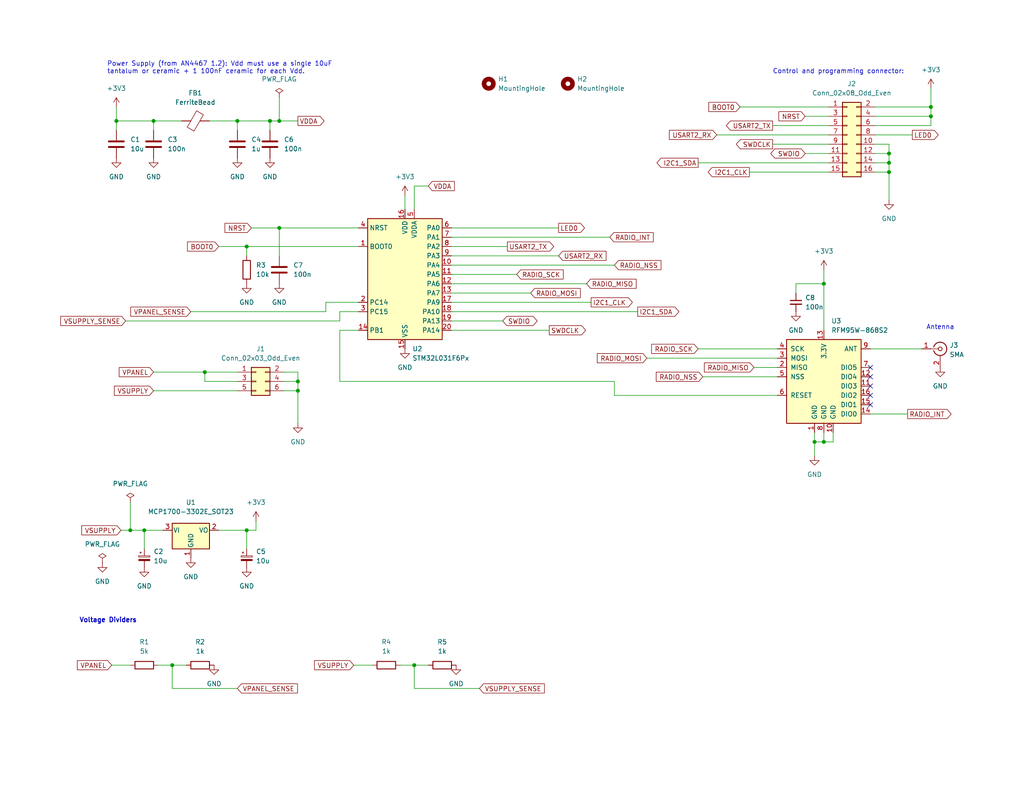
<source format=kicad_sch>
(kicad_sch (version 20211123) (generator eeschema)
  (paper "USLetter")
  (title_block (title "WARS Birdhouse Mesh Network Project") (date "2/1/2022") (rev "V2") (company "Bruce MacKinnon KC1FSZ") (comment 1 "COPYRIGHT (C) 2022 - Bruce MacKinnon "))
  (lib_symbols
    (symbol "Connector:Conn_Coaxial" (pin_names (offset 1.016) hide)
      (property "Reference" "J" (at 0.254 3.048 0))
      (property "Value" "Conn_Coaxial" (at 2.921 0 90))
      (symbol "Conn_Coaxial_0_1"
        (arc (start -1.778 -0.508) (mid 0.222 -1.808) (end 1.778 0) (stroke (width 0.254)))
        (polyline (pts (xy -2.54 0) (xy -0.508 0)))
        (polyline (pts (xy 0 -2.54) (xy 0 -1.778)))
        (circle (center 0 0) (radius 0.508) (stroke (width 0.2032)))
        (arc (start 1.778 0) (mid 0.222 1.8083) (end -1.778 0.508) (stroke (width 0.254)))
      )
      (symbol "Conn_Coaxial_1_1"
        (pin passive line (at -5.08 0 0) (length 2.54) (name "In") (number "1"))
        (pin passive line (at 0 -5.08 90) (length 2.54) (name "Ext") (number "2"))
      )
    )
    (symbol "Connector_Generic:Conn_02x03_Odd_Even" (pin_names (offset 1.016) hide)
      (property "Reference" "J" (at 1.27 5.08 0))
      (property "Value" "Conn_02x03_Odd_Even" (at 1.27 -5.08 0))
      (symbol "Conn_02x03_Odd_Even_1_1"
        (rectangle (start -1.27 -2.413) (end 0 -2.667) (stroke (width 0.1524)))
        (rectangle (start -1.27 0.127) (end 0 -0.127) (stroke (width 0.1524)))
        (rectangle (start -1.27 2.667) (end 0 2.413) (stroke (width 0.1524)))
        (rectangle (start -1.27 3.81) (end 3.81 -3.81) (stroke (width 0.254)) (fill (type background)))
        (rectangle (start 3.81 -2.413) (end 2.54 -2.667) (stroke (width 0.1524)))
        (rectangle (start 3.81 0.127) (end 2.54 -0.127) (stroke (width 0.1524)))
        (rectangle (start 3.81 2.667) (end 2.54 2.413) (stroke (width 0.1524)))
        (pin passive line (at -5.08 2.54 0) (length 3.81) (name "Pin_1") (number "1"))
        (pin passive line (at 7.62 2.54 180) (length 3.81) (name "Pin_2") (number "2"))
        (pin passive line (at -5.08 0 0) (length 3.81) (name "Pin_3") (number "3"))
        (pin passive line (at 7.62 0 180) (length 3.81) (name "Pin_4") (number "4"))
        (pin passive line (at -5.08 -2.54 0) (length 3.81) (name "Pin_5") (number "5"))
        (pin passive line (at 7.62 -2.54 180) (length 3.81) (name "Pin_6") (number "6"))
      )
    )
    (symbol "Connector_Generic:Conn_02x08_Odd_Even" (pin_names (offset 1.016) hide)
      (property "Reference" "J" (at 1.27 10.16 0))
      (property "Value" "Conn_02x08_Odd_Even" (at 1.27 -12.7 0))
      (symbol "Conn_02x08_Odd_Even_1_1"
        (rectangle (start -1.27 -10.033) (end 0 -10.287) (stroke (width 0.1524)))
        (rectangle (start -1.27 -7.493) (end 0 -7.747) (stroke (width 0.1524)))
        (rectangle (start -1.27 -4.953) (end 0 -5.207) (stroke (width 0.1524)))
        (rectangle (start -1.27 -2.413) (end 0 -2.667) (stroke (width 0.1524)))
        (rectangle (start -1.27 0.127) (end 0 -0.127) (stroke (width 0.1524)))
        (rectangle (start -1.27 2.667) (end 0 2.413) (stroke (width 0.1524)))
        (rectangle (start -1.27 5.207) (end 0 4.953) (stroke (width 0.1524)))
        (rectangle (start -1.27 7.747) (end 0 7.493) (stroke (width 0.1524)))
        (rectangle (start -1.27 8.89) (end 3.81 -11.43) (stroke (width 0.254)) (fill (type background)))
        (rectangle (start 3.81 -10.033) (end 2.54 -10.287) (stroke (width 0.1524)))
        (rectangle (start 3.81 -7.493) (end 2.54 -7.747) (stroke (width 0.1524)))
        (rectangle (start 3.81 -4.953) (end 2.54 -5.207) (stroke (width 0.1524)))
        (rectangle (start 3.81 -2.413) (end 2.54 -2.667) (stroke (width 0.1524)))
        (rectangle (start 3.81 0.127) (end 2.54 -0.127) (stroke (width 0.1524)))
        (rectangle (start 3.81 2.667) (end 2.54 2.413) (stroke (width 0.1524)))
        (rectangle (start 3.81 5.207) (end 2.54 4.953) (stroke (width 0.1524)))
        (rectangle (start 3.81 7.747) (end 2.54 7.493) (stroke (width 0.1524)))
        (pin passive line (at -5.08 7.62 0) (length 3.81) (name "Pin_1") (number "1"))
        (pin passive line (at 7.62 -2.54 180) (length 3.81) (name "Pin_10") (number "10"))
        (pin passive line (at -5.08 -5.08 0) (length 3.81) (name "Pin_11") (number "11"))
        (pin passive line (at 7.62 -5.08 180) (length 3.81) (name "Pin_12") (number "12"))
        (pin passive line (at -5.08 -7.62 0) (length 3.81) (name "Pin_13") (number "13"))
        (pin passive line (at 7.62 -7.62 180) (length 3.81) (name "Pin_14") (number "14"))
        (pin passive line (at -5.08 -10.16 0) (length 3.81) (name "Pin_15") (number "15"))
        (pin passive line (at 7.62 -10.16 180) (length 3.81) (name "Pin_16") (number "16"))
        (pin passive line (at 7.62 7.62 180) (length 3.81) (name "Pin_2") (number "2"))
        (pin passive line (at -5.08 5.08 0) (length 3.81) (name "Pin_3") (number "3"))
        (pin passive line (at 7.62 5.08 180) (length 3.81) (name "Pin_4") (number "4"))
        (pin passive line (at -5.08 2.54 0) (length 3.81) (name "Pin_5") (number "5"))
        (pin passive line (at 7.62 2.54 180) (length 3.81) (name "Pin_6") (number "6"))
        (pin passive line (at -5.08 0 0) (length 3.81) (name "Pin_7") (number "7"))
        (pin passive line (at 7.62 0 180) (length 3.81) (name "Pin_8") (number "8"))
        (pin passive line (at -5.08 -2.54 0) (length 3.81) (name "Pin_9") (number "9"))
      )
    )
    (symbol "Device:C" (pin_numbers hide) (pin_names (offset 0.254))
      (property "Reference" "C" (at 0.635 2.54 0))
      (property "Value" "C" (at 0.635 -2.54 0))
      (symbol "C_0_1"
        (polyline (pts (xy -2.032 -0.762) (xy 2.032 -0.762)) (stroke (width 0.508)))
        (polyline (pts (xy -2.032 0.762) (xy 2.032 0.762)) (stroke (width 0.508)))
      )
      (symbol "C_1_1"
        (pin passive line (at 0 3.81 270) (length 2.794) (name "~") (number "1"))
        (pin passive line (at 0 -3.81 90) (length 2.794) (name "~") (number "2"))
      )
    )
    (symbol "Device:C_Polarized_Small" (pin_numbers hide) (pin_names (offset 0.254) hide)
      (property "Reference" "C" (at 0.254 1.778 0))
      (property "Value" "C_Polarized_Small" (at 0.254 -2.032 0))
      (symbol "C_Polarized_Small_0_1"
        (rectangle (start -1.524 -0.3048) (end 1.524 -0.6858) (fill (type outline)))
        (rectangle (start -1.524 0.6858) (end 1.524 0.3048))
        (polyline (pts (xy -1.27 1.524) (xy -0.762 1.524)))
        (polyline (pts (xy -1.016 1.27) (xy -1.016 1.778)))
      )
      (symbol "C_Polarized_Small_1_1"
        (pin passive line (at 0 2.54 270) (length 1.8542) (name "~") (number "1"))
        (pin passive line (at 0 -2.54 90) (length 1.8542) (name "~") (number "2"))
      )
    )
    (symbol "Device:C_Small" (pin_numbers hide) (pin_names (offset 0.254) hide)
      (property "Reference" "C" (at 0.254 1.778 0))
      (property "Value" "C_Small" (at 0.254 -2.032 0))
      (symbol "C_Small_0_1"
        (polyline (pts (xy -1.524 -0.508) (xy 1.524 -0.508)) (stroke (width 0.3302)))
        (polyline (pts (xy -1.524 0.508) (xy 1.524 0.508)) (stroke (width 0.3048)))
      )
      (symbol "C_Small_1_1"
        (pin passive line (at 0 2.54 270) (length 2.032) (name "~") (number "1"))
        (pin passive line (at 0 -2.54 90) (length 2.032) (name "~") (number "2"))
      )
    )
    (symbol "Device:FerriteBead" (pin_numbers hide) (pin_names (offset 0))
      (property "Reference" "FB" (at -3.81 0.635 90))
      (property "Value" "FerriteBead" (at 3.81 0 90))
      (symbol "FerriteBead_0_1"
        (polyline (pts (xy 0 -1.27) (xy 0 -1.2192)))
        (polyline (pts (xy 0 1.27) (xy 0 1.2954)))
        (polyline (pts (xy -2.7686 0.4064) (xy -1.7018 2.2606) (xy 2.7686 -0.3048) (xy 1.6764 -2.159) (xy -2.7686 0.4064)))
      )
      (symbol "FerriteBead_1_1"
        (pin passive line (at 0 3.81 270) (length 2.54) (name "~") (number "1"))
        (pin passive line (at 0 -3.81 90) (length 2.54) (name "~") (number "2"))
      )
    )
    (symbol "Device:R" (pin_numbers hide) (pin_names (offset 0))
      (property "Reference" "R" (at 2.032 0 90))
      (property "Value" "R" (at 0 0 90))
      (symbol "R_0_1"
        (rectangle (start -1.016 -2.54) (end 1.016 2.54) (stroke (width 0.254)))
      )
      (symbol "R_1_1"
        (pin passive line (at 0 3.81 270) (length 1.27) (name "~") (number "1"))
        (pin passive line (at 0 -3.81 90) (length 1.27) (name "~") (number "2"))
      )
    )
    (symbol "MCU_ST_STM32L0:STM32L031F6Px"
      (property "Reference" "U" (at -10.16 16.51 0))
      (property "Value" "STM32L031F6Px" (at 5.08 16.51 0))
      (symbol "STM32L031F6Px_0_1"
        (rectangle (start -10.16 -17.78) (end 10.16 15.24) (stroke (width 0.254)) (fill (type background)))
      )
      (symbol "STM32L031F6Px_1_1"
        (pin input line (at -12.7 7.62 0) (length 2.54) (name "BOOT0") (number "1"))
        (pin bidirectional line (at 12.7 2.54 180) (length 2.54) (name "PA4") (number "10"))
        (pin bidirectional line (at 12.7 0 180) (length 2.54) (name "PA5") (number "11"))
        (pin bidirectional line (at 12.7 -2.54 180) (length 2.54) (name "PA6") (number "12"))
        (pin bidirectional line (at 12.7 -5.08 180) (length 2.54) (name "PA7") (number "13"))
        (pin bidirectional line (at -12.7 -15.24 0) (length 2.54) (name "PB1") (number "14"))
        (pin power_in line (at 0 -20.32 90) (length 2.54) (name "VSS") (number "15"))
        (pin power_in line (at 0 17.78 270) (length 2.54) (name "VDD") (number "16"))
        (pin bidirectional line (at 12.7 -7.62 180) (length 2.54) (name "PA9") (number "17"))
        (pin bidirectional line (at 12.7 -10.16 180) (length 2.54) (name "PA10") (number "18"))
        (pin bidirectional line (at 12.7 -12.7 180) (length 2.54) (name "PA13") (number "19"))
        (pin bidirectional line (at -12.7 -7.62 0) (length 2.54) (name "PC14") (number "2"))
        (pin bidirectional line (at 12.7 -15.24 180) (length 2.54) (name "PA14") (number "20"))
        (pin bidirectional line (at -12.7 -10.16 0) (length 2.54) (name "PC15") (number "3"))
        (pin input line (at -12.7 12.7 0) (length 2.54) (name "NRST") (number "4"))
        (pin power_in line (at 2.54 17.78 270) (length 2.54) (name "VDDA") (number "5"))
        (pin bidirectional line (at 12.7 12.7 180) (length 2.54) (name "PA0") (number "6"))
        (pin bidirectional line (at 12.7 10.16 180) (length 2.54) (name "PA1") (number "7"))
        (pin bidirectional line (at 12.7 7.62 180) (length 2.54) (name "PA2") (number "8"))
        (pin bidirectional line (at 12.7 5.08 180) (length 2.54) (name "PA3") (number "9"))
      )
    )
    (symbol "Mechanical:MountingHole" (pin_names (offset 1.016))
      (property "Reference" "H" (at 0 5.08 0))
      (property "Value" "MountingHole" (at 0 3.175 0))
      (symbol "MountingHole_0_1"
        (circle (center 0 0) (radius 1.27) (stroke (width 1.27)))
      )
    )
    (symbol "RF_Module:RFM95W-868S2" (pin_names (offset 1.016))
      (property "Reference" "U" (at -10.414 11.684 0))
      (property "Value" "RFM95W-868S2" (at 1.524 11.43 0))
      (symbol "RFM95W-868S2_0_1"
        (rectangle (start -10.16 10.16) (end 10.16 -12.7) (stroke (width 0.254)) (fill (type background)))
      )
      (symbol "RFM95W-868S2_1_1"
        (pin power_in line (at -2.54 -15.24 90) (length 2.54) (name "GND") (number "1"))
        (pin power_in line (at 2.54 -15.24 90) (length 2.54) (name "GND") (number "10"))
        (pin bidirectional line (at 12.7 -2.54 180) (length 2.54) (name "DIO3") (number "11"))
        (pin bidirectional line (at 12.7 0 180) (length 2.54) (name "DIO4") (number "12"))
        (pin power_in line (at 0 12.7 270) (length 2.54) (name "3.3V") (number "13"))
        (pin bidirectional line (at 12.7 -10.16 180) (length 2.54) (name "DIO0") (number "14"))
        (pin bidirectional line (at 12.7 -7.62 180) (length 2.54) (name "DIO1") (number "15"))
        (pin bidirectional line (at 12.7 -5.08 180) (length 2.54) (name "DIO2") (number "16"))
        (pin output line (at -12.7 2.54 0) (length 2.54) (name "MISO") (number "2"))
        (pin input line (at -12.7 5.08 0) (length 2.54) (name "MOSI") (number "3"))
        (pin input line (at -12.7 7.62 0) (length 2.54) (name "SCK") (number "4"))
        (pin input line (at -12.7 0 0) (length 2.54) (name "NSS") (number "5"))
        (pin bidirectional line (at -12.7 -5.08 0) (length 2.54) (name "RESET") (number "6"))
        (pin bidirectional line (at 12.7 2.54 180) (length 2.54) (name "DIO5") (number "7"))
        (pin power_in line (at 0 -15.24 90) (length 2.54) (name "GND") (number "8"))
        (pin bidirectional line (at 12.7 7.62 180) (length 2.54) (name "ANT") (number "9"))
      )
    )
    (symbol "Regulator_Linear:MCP1700-3302E_SOT23" (pin_names (offset 0.254))
      (property "Reference" "U" (at -3.81 3.175 0))
      (property "Value" "MCP1700-3302E_SOT23" (at 0 3.175 0))
      (symbol "MCP1700-3302E_SOT23_0_1"
        (rectangle (start -5.08 1.905) (end 5.08 -5.08) (stroke (width 0.254)) (fill (type background)))
      )
      (symbol "MCP1700-3302E_SOT23_1_1"
        (pin power_in line (at 0 -7.62 90) (length 2.54) (name "GND") (number "1"))
        (pin power_out line (at 7.62 0 180) (length 2.54) (name "VO") (number "2"))
        (pin power_in line (at -7.62 0 0) (length 2.54) (name "VI") (number "3"))
      )
    )
    (symbol "power:+3.3V" (power) (pin_names (offset 0))
      (property "Value" "+3.3V" (at 0 3.556 0))
      (symbol "+3.3V_0_1"
        (polyline (pts (xy -0.762 1.27) (xy 0 2.54)))
        (polyline (pts (xy 0 0) (xy 0 2.54)))
        (polyline (pts (xy 0 2.54) (xy 0.762 1.27)))
      )
      (symbol "+3.3V_1_1"
        (pin power_in line (at 0 0 90) (length 0) hide (name "+3V3") (number "1"))
      )
    )
    (symbol "power:GND" (power) (pin_names (offset 0))
      (property "Value" "GND" (at 0 -3.81 0))
      (symbol "GND_0_1"
        (polyline (pts (xy 0 0) (xy 0 -1.27) (xy 1.27 -1.27) (xy 0 -2.54) (xy -1.27 -1.27) (xy 0 -1.27)))
      )
      (symbol "GND_1_1"
        (pin power_in line (at 0 0 270) (length 0) hide (name "GND") (number "1"))
      )
    )
    (symbol "power:PWR_FLAG" (power) (pin_numbers hide) (pin_names (offset 0) hide)
      (property "Value" "PWR_FLAG" (at 0 3.81 0))
      (symbol "PWR_FLAG_0_0"
        (pin power_out line (at 0 0 90) (length 0) (name "pwr") (number "1"))
      )
      (symbol "PWR_FLAG_0_1"
        (polyline (pts (xy 0 0) (xy 0 1.27) (xy -1.016 1.905) (xy 0 2.54) (xy 1.016 1.905) (xy 0 1.27)))
      )
    )
  )
  (junction (at 35.56 144.78))
  (junction (at 46.99 181.61))
  (junction (at 224.79 77.47))
  (junction (at 254 29.21))
  (junction (at 113.03 181.61))
  (junction (at 242.57 46.99))
  (junction (at 41.91 33.02))
  (junction (at 73.66 33.02))
  (junction (at 31.75 33.02))
  (junction (at 254 31.75))
  (junction (at 222.25 120.65))
  (junction (at 242.57 44.45))
  (junction (at 76.2 62.23))
  (junction (at 76.2 33.02))
  (junction (at 224.79 120.65))
  (junction (at 55.88 101.6))
  (junction (at 81.28 106.68))
  (junction (at 67.31 144.78))
  (junction (at 81.28 104.14))
  (junction (at 39.37 144.78))
  (junction (at 67.31 67.31))
  (junction (at 64.77 33.02))
  (junction (at 242.57 41.91))
  (no_connect (at 237.49 100.33))
  (no_connect (at 237.49 110.49))
  (no_connect (at 237.49 107.95))
  (no_connect (at 237.49 105.41))
  (no_connect (at 237.49 102.87))
  (wire (pts (xy 77.47 106.68) (xy 81.28 106.68)))
  (wire (pts (xy 41.91 101.6) (xy 55.88 101.6)))
  (wire (pts (xy 224.79 73.66) (xy 224.79 77.47)))
  (wire (pts (xy 76.2 62.23) (xy 76.2 69.85)))
  (wire (pts (xy 59.69 144.78) (xy 67.31 144.78)))
  (wire (pts (xy 123.19 85.09) (xy 173.99 85.09)))
  (wire (pts (xy 76.2 26.67) (xy 76.2 33.02)))
  (wire (pts (xy 242.57 41.91) (xy 242.57 44.45)))
  (wire (pts (xy 57.15 33.02) (xy 64.77 33.02)))
  (wire (pts (xy 167.64 104.14) (xy 167.64 107.95)))
  (wire (pts (xy 219.71 41.91) (xy 226.06 41.91)))
  (wire (pts (xy 113.03 181.61) (xy 113.03 187.96)))
  (wire (pts (xy 123.19 74.93) (xy 140.97 74.93)))
  (wire (pts (xy 88.9 82.55) (xy 97.79 82.55)))
  (wire (pts (xy 123.19 87.63) (xy 137.16 87.63)))
  (wire (pts (xy 224.79 77.47) (xy 224.79 90.17)))
  (wire (pts (xy 92.71 104.14) (xy 167.64 104.14)))
  (wire (pts (xy 67.31 67.31) (xy 97.79 67.31)))
  (wire (pts (xy 210.82 34.29) (xy 226.06 34.29)))
  (wire (pts (xy 113.03 187.96) (xy 130.81 187.96)))
  (wire (pts (xy 81.28 106.68) (xy 81.28 115.57)))
  (wire (pts (xy 77.47 101.6) (xy 81.28 101.6)))
  (wire (pts (xy 254 34.29) (xy 254 31.75)))
  (wire (pts (xy 205.74 100.33) (xy 212.09 100.33)))
  (wire (pts (xy 222.25 118.11) (xy 222.25 120.65)))
  (wire (pts (xy 55.88 101.6) (xy 64.77 101.6)))
  (wire (pts (xy 123.19 62.23) (xy 152.4 62.23)))
  (wire (pts (xy 123.19 67.31) (xy 138.43 67.31)))
  (wire (pts (xy 242.57 39.37) (xy 242.57 41.91)))
  (wire (pts (xy 176.53 97.79) (xy 212.09 97.79)))
  (wire (pts (xy 123.19 64.77) (xy 166.37 64.77)))
  (wire (pts (xy 73.66 33.02) (xy 76.2 33.02)))
  (wire (pts (xy 67.31 67.31) (xy 67.31 69.85)))
  (wire (pts (xy 238.76 44.45) (xy 242.57 44.45)))
  (wire (pts (xy 238.76 34.29) (xy 254 34.29)))
  (wire (pts (xy 88.9 85.09) (xy 88.9 82.55)))
  (wire (pts (xy 73.66 33.02) (xy 73.66 35.56)))
  (wire (pts (xy 191.77 102.87) (xy 212.09 102.87)))
  (wire (pts (xy 254 24.13) (xy 254 29.21)))
  (wire (pts (xy 33.02 144.78) (xy 35.56 144.78)))
  (wire (pts (xy 68.58 62.23) (xy 76.2 62.23)))
  (wire (pts (xy 76.2 33.02) (xy 81.28 33.02)))
  (wire (pts (xy 238.76 29.21) (xy 254 29.21)))
  (wire (pts (xy 242.57 44.45) (xy 242.57 46.99)))
  (wire (pts (xy 123.19 77.47) (xy 160.02 77.47)))
  (wire (pts (xy 69.85 144.78) (xy 69.85 142.24)))
  (wire (pts (xy 64.77 33.02) (xy 64.77 35.56)))
  (wire (pts (xy 67.31 144.78) (xy 69.85 144.78)))
  (wire (pts (xy 123.19 90.17) (xy 149.86 90.17)))
  (wire (pts (xy 237.49 95.25) (xy 251.46 95.25)))
  (wire (pts (xy 31.75 33.02) (xy 41.91 33.02)))
  (wire (pts (xy 109.22 181.61) (xy 113.03 181.61)))
  (wire (pts (xy 81.28 104.14) (xy 81.28 106.68)))
  (wire (pts (xy 113.03 181.61) (xy 116.84 181.61)))
  (wire (pts (xy 34.29 87.63) (xy 92.71 87.63)))
  (wire (pts (xy 190.5 95.25) (xy 212.09 95.25)))
  (wire (pts (xy 64.77 104.14) (xy 55.88 104.14)))
  (wire (pts (xy 77.47 104.14) (xy 81.28 104.14)))
  (wire (pts (xy 92.71 87.63) (xy 92.71 85.09)))
  (wire (pts (xy 113.03 50.8) (xy 113.03 57.15)))
  (wire (pts (xy 219.71 31.75) (xy 226.06 31.75)))
  (wire (pts (xy 41.91 33.02) (xy 49.53 33.02)))
  (wire (pts (xy 76.2 62.23) (xy 97.79 62.23)))
  (wire (pts (xy 254 29.21) (xy 254 31.75)))
  (wire (pts (xy 224.79 118.11) (xy 224.79 120.65)))
  (wire (pts (xy 123.19 82.55) (xy 161.29 82.55)))
  (wire (pts (xy 201.93 29.21) (xy 226.06 29.21)))
  (wire (pts (xy 81.28 101.6) (xy 81.28 104.14)))
  (wire (pts (xy 222.25 120.65) (xy 224.79 120.65)))
  (wire (pts (xy 123.19 72.39) (xy 167.64 72.39)))
  (wire (pts (xy 96.52 181.61) (xy 101.6 181.61)))
  (wire (pts (xy 123.19 80.01) (xy 144.78 80.01)))
  (wire (pts (xy 110.49 53.34) (xy 110.49 57.15)))
  (wire (pts (xy 43.18 181.61) (xy 46.99 181.61)))
  (wire (pts (xy 30.48 181.61) (xy 35.56 181.61)))
  (wire (pts (xy 247.65 113.03) (xy 237.49 113.03)))
  (wire (pts (xy 41.91 106.68) (xy 64.77 106.68)))
  (wire (pts (xy 222.25 120.65) (xy 222.25 124.46)))
  (wire (pts (xy 238.76 36.83) (xy 248.92 36.83)))
  (wire (pts (xy 217.17 80.01) (xy 217.17 77.47)))
  (wire (pts (xy 92.71 90.17) (xy 92.71 104.14)))
  (wire (pts (xy 242.57 46.99) (xy 242.57 54.61)))
  (wire (pts (xy 55.88 104.14) (xy 55.88 101.6)))
  (wire (pts (xy 210.82 39.37) (xy 226.06 39.37)))
  (wire (pts (xy 167.64 107.95) (xy 212.09 107.95)))
  (wire (pts (xy 227.33 120.65) (xy 227.33 118.11)))
  (wire (pts (xy 224.79 120.65) (xy 227.33 120.65)))
  (wire (pts (xy 46.99 187.96) (xy 64.77 187.96)))
  (wire (pts (xy 31.75 29.21) (xy 31.75 33.02)))
  (wire (pts (xy 123.19 69.85) (xy 152.4 69.85)))
  (wire (pts (xy 238.76 46.99) (xy 242.57 46.99)))
  (wire (pts (xy 46.99 181.61) (xy 50.8 181.61)))
  (wire (pts (xy 41.91 35.56) (xy 41.91 33.02)))
  (wire (pts (xy 35.56 137.16) (xy 35.56 144.78)))
  (wire (pts (xy 59.69 67.31) (xy 67.31 67.31)))
  (wire (pts (xy 97.79 90.17) (xy 92.71 90.17)))
  (wire (pts (xy 35.56 144.78) (xy 39.37 144.78)))
  (wire (pts (xy 67.31 144.78) (xy 67.31 149.86)))
  (wire (pts (xy 238.76 41.91) (xy 242.57 41.91)))
  (wire (pts (xy 217.17 77.47) (xy 224.79 77.47)))
  (wire (pts (xy 46.99 181.61) (xy 46.99 187.96)))
  (wire (pts (xy 195.58 36.83) (xy 226.06 36.83)))
  (wire (pts (xy 116.84 50.8) (xy 113.03 50.8)))
  (wire (pts (xy 238.76 39.37) (xy 242.57 39.37)))
  (wire (pts (xy 64.77 33.02) (xy 73.66 33.02)))
  (wire (pts (xy 92.71 85.09) (xy 97.79 85.09)))
  (wire (pts (xy 204.47 46.99) (xy 226.06 46.99)))
  (wire (pts (xy 238.76 31.75) (xy 254 31.75)))
  (wire (pts (xy 39.37 144.78) (xy 39.37 149.86)))
  (wire (pts (xy 39.37 144.78) (xy 44.45 144.78)))
  (wire (pts (xy 190.5 44.45) (xy 226.06 44.45)))
  (wire (pts (xy 52.07 85.09) (xy 88.9 85.09)))
  (wire (pts (xy 31.75 33.02) (xy 31.75 35.56)))
  (text "Antenna" (at 252.73 90.17 0) (effects (font (size 1.27 1.27)) (justify left bottom)))
  (text "Voltage Dividers " (at 21.59 170.18 0) (effects (font (size 1.27 1.27) (thickness 0.254) bold) (justify left bottom)))
  (text "Control and programming connector:" (at 210.82 20.32 0) (effects (font (size 1.27 1.27)) (justify left bottom)))
  (text "Power Supply (from AN4467 1.2): Vdd must use a single 10uF \ntantalum or ceramic + 1 100nF ceramic for each Vdd." (at 29.21 20.32 0) (effects (font (size 1.27 1.27)) (justify left bottom)))
  (global_label "RADIO_INT" (shape input) (at 166.37 64.77 0) (property "Intersheet References" "${INTERSHEET_REFS}" (effects hide)))
  (global_label "I2C1_SDA" (shape output) (at 173.99 85.09 0) (property "Intersheet References" "${INTERSHEET_REFS}" (effects hide)))
  (global_label "VSUPPLY_SENSE" (shape input) (at 34.29 87.63 180) (property "Intersheet References" "${INTERSHEET_REFS}" (effects hide)))
  (global_label "VDDA" (shape input) (at 116.84 50.8 0) (property "Intersheet References" "${INTERSHEET_REFS}" (effects hide)))
  (global_label "RADIO_MOSI" (shape input) (at 176.53 97.79 180) (property "Intersheet References" "${INTERSHEET_REFS}" (effects hide)))
  (global_label "RADIO_MISO" (shape input) (at 160.02 77.47 0) (property "Intersheet References" "${INTERSHEET_REFS}" (effects hide)))
  (global_label "I2C1_CLK" (shape output) (at 204.47 46.99 180) (property "Intersheet References" "${INTERSHEET_REFS}" (effects hide)))
  (global_label "RADIO_MOSI" (shape input) (at 144.78 80.01 0) (property "Intersheet References" "${INTERSHEET_REFS}" (effects hide)))
  (global_label "SWDCLK" (shape output) (at 149.86 90.17 0) (property "Intersheet References" "${INTERSHEET_REFS}" (effects hide)))
  (global_label "LED0" (shape output) (at 152.4 62.23 0) (property "Intersheet References" "${INTERSHEET_REFS}" (effects hide)))
  (global_label "RADIO_INT" (shape output) (at 247.65 113.03 0) (property "Intersheet References" "${INTERSHEET_REFS}" (effects hide)))
  (global_label "SWDIO" (shape bidirectional) (at 137.16 87.63 0) (property "Intersheet References" "${INTERSHEET_REFS}" (effects hide)))
  (global_label "VPANEL" (shape input) (at 41.91 101.6 180) (property "Intersheet References" "${INTERSHEET_REFS}" (effects hide)))
  (global_label "LED0" (shape output) (at 248.92 36.83 0) (property "Intersheet References" "${INTERSHEET_REFS}" (effects hide)))
  (global_label "VSUPPLY" (shape input) (at 33.02 144.78 180) (property "Intersheet References" "${INTERSHEET_REFS}" (effects hide)))
  (global_label "VPANEL" (shape input) (at 30.48 181.61 180) (property "Intersheet References" "${INTERSHEET_REFS}" (effects hide)))
  (global_label "VSUPPLY" (shape input) (at 96.52 181.61 180) (property "Intersheet References" "${INTERSHEET_REFS}" (effects hide)))
  (global_label "I2C1_SDA" (shape output) (at 190.5 44.45 180) (property "Intersheet References" "${INTERSHEET_REFS}" (effects hide)))
  (global_label "SWDCLK" (shape output) (at 210.82 39.37 180) (property "Intersheet References" "${INTERSHEET_REFS}" (effects hide)))
  (global_label "USART2_RX" (shape input) (at 152.4 69.85 0) (property "Intersheet References" "${INTERSHEET_REFS}" (effects hide)))
  (global_label "VSUPPLY" (shape input) (at 41.91 106.68 180) (property "Intersheet References" "${INTERSHEET_REFS}" (effects hide)))
  (global_label "BOOT0" (shape input) (at 59.69 67.31 180) (property "Intersheet References" "${INTERSHEET_REFS}" (effects hide)))
  (global_label "RADIO_SCK" (shape input) (at 140.97 74.93 0) (property "Intersheet References" "${INTERSHEET_REFS}" (effects hide)))
  (global_label "USART2_TX" (shape output) (at 210.82 34.29 180) (property "Intersheet References" "${INTERSHEET_REFS}" (effects hide)))
  (global_label "NRST" (shape input) (at 68.58 62.23 180) (property "Intersheet References" "${INTERSHEET_REFS}" (effects hide)))
  (global_label "USART2_RX" (shape input) (at 195.58 36.83 180) (property "Intersheet References" "${INTERSHEET_REFS}" (effects hide)))
  (global_label "VSUPPLY_SENSE" (shape input) (at 130.81 187.96 0) (property "Intersheet References" "${INTERSHEET_REFS}" (effects hide)))
  (global_label "NRST" (shape input) (at 219.71 31.75 180) (property "Intersheet References" "${INTERSHEET_REFS}" (effects hide)))
  (global_label "RADIO_MISO" (shape input) (at 205.74 100.33 180) (property "Intersheet References" "${INTERSHEET_REFS}" (effects hide)))
  (global_label "RADIO_SCK" (shape input) (at 190.5 95.25 180) (property "Intersheet References" "${INTERSHEET_REFS}" (effects hide)))
  (global_label "VDDA" (shape output) (at 81.28 33.02 0) (property "Intersheet References" "${INTERSHEET_REFS}" (effects hide)))
  (global_label "BOOT0" (shape input) (at 201.93 29.21 180) (property "Intersheet References" "${INTERSHEET_REFS}" (effects hide)))
  (global_label "RADIO_NSS" (shape input) (at 191.77 102.87 180) (property "Intersheet References" "${INTERSHEET_REFS}" (effects hide)))
  (global_label "I2C1_CLK" (shape output) (at 161.29 82.55 0) (property "Intersheet References" "${INTERSHEET_REFS}" (effects hide)))
  (global_label "RADIO_NSS" (shape input) (at 167.64 72.39 0) (property "Intersheet References" "${INTERSHEET_REFS}" (effects hide)))
  (global_label "VPANEL_SENSE" (shape input) (at 52.07 85.09 180) (property "Intersheet References" "${INTERSHEET_REFS}" (effects hide)))
  (global_label "SWDIO" (shape bidirectional) (at 219.71 41.91 180) (property "Intersheet References" "${INTERSHEET_REFS}" (effects hide)))
  (global_label "USART2_TX" (shape output) (at 138.43 67.31 0) (property "Intersheet References" "${INTERSHEET_REFS}" (effects hide)))
  (global_label "VPANEL_SENSE" (shape input) (at 64.77 187.96 0) (property "Intersheet References" "${INTERSHEET_REFS}" (effects hide)))
  (symbol (lib_id "power:GND") (at 124.46 181.61 0) (unit 1)
    (property "Reference" "#PWR016" (effects hide))
    (property "Value" "GND" (at 124.46 186.69 0))
  )
  (symbol (lib_id "Device:C") (at 31.75 39.37 0) (unit 1)
    (property "Reference" "C1" (at 35.56 38.0999 0) (effects (justify left)))
    (property "Value" "10u" (at 35.56 40.6399 0) (effects (justify left)))
    (property "Footprint" "Capacitor_Tantalum_SMD:CP_EIA-3216-10_Kemet-I_Pad1.58x1.35mm_HandSolder" (effects hide))
  )
  (symbol (lib_id "power:GND") (at 81.28 115.57 0) (unit 1)
    (property "Reference" "#PWR013" (effects hide))
    (property "Value" "GND" (at 81.28 120.65 0))
  )
  (symbol (lib_id "Device:R") (at 105.41 181.61 270) (unit 1)
    (property "Reference" "R4" (at 105.41 175.26 90))
    (property "Value" "1k" (at 105.41 177.8 90))
    (property "Footprint" "Resistor_SMD:R_0805_2012Metric_Pad1.20x1.40mm_HandSolder" (effects hide))
  )
  (symbol (lib_id "Connector_Generic:Conn_02x03_Odd_Even") (at 69.85 104.14 0) (unit 1)
    (property "Reference" "J1" (at 71.12 95.25 0))
    (property "Value" "Conn_02x03_Odd_Even" (at 71.12 97.79 0))
    (property "Footprint" "Connector_PinHeader_2.54mm:PinHeader_2x03_P2.54mm_Vertical" (effects hide))
  )
  (symbol (lib_id "power:+3.3V") (at 69.85 142.24 0) (unit 1)
    (property "Reference" "#PWR010" (effects hide))
    (property "Value" "+3.3V" (at 69.85 137.16 0))
  )
  (symbol (lib_id "Device:FerriteBead") (at 53.34 33.02 90) (unit 1)
    (property "Reference" "FB1" (at 53.2892 25.4 90))
    (property "Value" "FerriteBead" (at 53.2892 27.94 90))
    (property "Footprint" "Capacitor_SMD:C_0805_2012Metric_Pad1.18x1.45mm_HandSolder" (effects hide))
  )
  (symbol (lib_id "power:+3.3V") (at 110.49 53.34 0) (unit 1)
    (property "Reference" "#PWR014" (effects hide))
    (property "Value" "+3.3V" (at 110.49 48.26 0))
  )
  (symbol (lib_id "power:GND") (at 67.31 154.94 0) (unit 1)
    (property "Reference" "#PWR09" (effects hide))
    (property "Value" "GND" (at 67.31 160.02 0))
  )
  (symbol (lib_id "power:GND") (at 222.25 124.46 0) (unit 1)
    (property "Reference" "#PWR018" (effects hide))
    (property "Value" "GND" (at 222.25 129.54 0))
  )
  (symbol (lib_id "power:GND") (at 73.66 43.18 0) (unit 1)
    (property "Reference" "#PWR011" (effects hide))
    (property "Value" "GND" (at 73.66 48.26 0))
  )
  (symbol (lib_id "power:GND") (at 242.57 54.61 0) (unit 1)
    (property "Reference" "#PWR021" (effects hide))
    (property "Value" "GND" (at 242.57 59.69 0))
  )
  (symbol (lib_id "Mechanical:MountingHole") (at 154.94 22.86 0) (unit 1)
    (property "Reference" "H2" (at 157.48 21.5899 0) (effects (justify left)))
    (property "Value" "MountingHole" (at 157.48 24.1299 0) (effects (justify left)))
    (property "Footprint" "MountingHole:MountingHole_4mm" (effects hide))
  )
  (symbol (lib_id "power:GND") (at 217.17 85.09 0) (unit 1)
    (property "Reference" "#PWR017" (effects hide))
    (property "Value" "GND" (at 217.17 90.17 0))
  )
  (symbol (lib_id "Device:C") (at 73.66 39.37 0) (unit 1)
    (property "Reference" "C6" (at 77.47 38.0999 0) (effects (justify left)))
    (property "Value" "100n" (at 77.47 40.6399 0) (effects (justify left)))
    (property "Footprint" "Capacitor_SMD:C_0805_2012Metric_Pad1.18x1.45mm_HandSolder" (effects hide))
  )
  (symbol (lib_id "Connector_Generic:Conn_02x08_Odd_Even") (at 231.14 36.83 0) (unit 1)
    (property "Reference" "J2" (at 232.41 22.86 0))
    (property "Value" "Conn_02x08_Odd_Even" (at 232.41 25.4 0))
    (property "Footprint" "Connector_PinHeader_2.54mm:PinHeader_2x08_P2.54mm_Vertical" (effects hide))
  )
  (symbol (lib_id "Device:R") (at 120.65 181.61 90) (unit 1)
    (property "Reference" "R5" (at 120.65 175.26 90))
    (property "Value" "1k" (at 120.65 177.8 90))
    (property "Footprint" "Resistor_SMD:R_0805_2012Metric_Pad1.20x1.40mm_HandSolder" (effects hide))
  )
  (symbol (lib_id "power:PWR_FLAG") (at 35.56 137.16 0) (unit 1)
    (property "Reference" "#FLG01" (effects hide))
    (property "Value" "PWR_FLAG" (at 35.56 132.08 0))
  )
  (symbol (lib_id "power:GND") (at 58.42 181.61 0) (unit 1)
    (property "Reference" "#PWR06" (effects hide))
    (property "Value" "GND" (at 58.42 186.69 0))
  )
  (symbol (lib_id "Device:R") (at 54.61 181.61 90) (unit 1)
    (property "Reference" "R2" (at 54.61 175.26 90))
    (property "Value" "1k" (at 54.61 177.8 90))
    (property "Footprint" "Resistor_SMD:R_0805_2012Metric_Pad1.20x1.40mm_HandSolder" (effects hide))
  )
  (symbol (lib_id "RF_Module:RFM95W-868S2") (at 224.79 102.87 0) (unit 1)
    (property "Reference" "U3" (at 226.8094 87.63 0) (effects (justify left)))
    (property "Value" "RFM95W-868S2" (at 226.8094 90.17 0) (effects (justify left)))
    (property "Footprint" "RF_Module:HOPERF_RFM9XW_SMD" (effects hide))
    (property "Datasheet" "https://www.hoperf.com/data/upload/portal/20181127/5bfcbea20e9ef.pdf" (effects hide))
  )
  (symbol (lib_id "power:PWR_FLAG") (at 76.2 26.67 0) (unit 1)
    (property "Reference" "#FLG03" (effects hide))
    (property "Value" "PWR_FLAG" (at 76.2 21.59 0))
  )
  (symbol (lib_id "power:GND") (at 64.77 43.18 0) (unit 1)
    (property "Reference" "#PWR07" (effects hide))
    (property "Value" "GND" (at 64.77 48.26 0))
  )
  (symbol (lib_id "power:GND") (at 256.54 100.33 0) (unit 1)
    (property "Reference" "#PWR020" (effects hide))
    (property "Value" "GND" (at 256.54 105.41 0))
  )
  (symbol (lib_id "power:GND") (at 31.75 43.18 0) (unit 1)
    (property "Reference" "#PWR02" (effects hide))
    (property "Value" "GND" (at 31.75 48.26 0))
  )
  (symbol (lib_id "Device:C") (at 76.2 73.66 0) (unit 1)
    (property "Reference" "C7" (at 80.01 72.3899 0) (effects (justify left)))
    (property "Value" "100n" (at 80.01 74.9299 0) (effects (justify left)))
    (property "Footprint" "Capacitor_SMD:C_0805_2012Metric_Pad1.18x1.45mm_HandSolder" (effects hide))
  )
  (symbol (lib_id "Mechanical:MountingHole") (at 133.35 22.86 0) (unit 1)
    (property "Reference" "H1" (at 135.89 21.5899 0) (effects (justify left)))
    (property "Value" "MountingHole" (at 135.89 24.1299 0) (effects (justify left)))
    (property "Footprint" "MountingHole:MountingHole_4mm" (effects hide))
  )
  (symbol (lib_id "power:PWR_FLAG") (at 27.94 153.67 0) (unit 1)
    (property "Reference" "#FLG02" (effects hide))
    (property "Value" "PWR_FLAG" (at 27.94 148.59 0))
  )
  (symbol (lib_id "MCU_ST_STM32L0:STM32L031F6Px") (at 110.49 74.93 0) (unit 1)
    (property "Reference" "U2" (at 112.5094 95.25 0) (effects (justify left)))
    (property "Value" "STM32L031F6Px" (at 112.5094 97.79 0) (effects (justify left)))
    (property "Footprint" "Package_SO:TSSOP-20_4.4x6.5mm_P0.65mm" (effects hide))
    (property "Datasheet" "http://www.st.com/st-web-ui/static/active/en/resource/technical/document/datasheet/DM00140359.pdf" (effects hide))
  )
  (symbol (lib_id "Device:C_Polarized_Small") (at 67.31 152.4 0) (unit 1)
    (property "Reference" "C5" (at 69.85 150.5838 0) (effects (justify left)))
    (property "Value" "10u" (at 69.85 153.1238 0) (effects (justify left)))
    (property "Footprint" "Capacitor_SMD:CP_Elec_4x5.4" (effects hide))
  )
  (symbol (lib_id "power:GND") (at 39.37 154.94 0) (unit 1)
    (property "Reference" "#PWR03" (effects hide))
    (property "Value" "GND" (at 39.37 160.02 0))
  )
  (symbol (lib_id "Connector:Conn_Coaxial") (at 256.54 95.25 0) (unit 1)
    (property "Reference" "J3" (at 259.08 94.2731 0) (effects (justify left)))
    (property "Value" "SMA" (at 259.08 96.8131 0) (effects (justify left)))
    (property "Footprint" "Connector_Coaxial:SMA_Amphenol_132134_Vertical" (effects hide))
    (property "Datasheet" " ~" (effects hide))
  )
  (symbol (lib_id "Device:C") (at 64.77 39.37 0) (unit 1)
    (property "Reference" "C4" (at 68.58 38.0999 0) (effects (justify left)))
    (property "Value" "1u" (at 68.58 40.6399 0) (effects (justify left)))
    (property "Footprint" "Capacitor_SMD:C_0805_2012Metric_Pad1.18x1.45mm_HandSolder" (effects hide))
  )
  (symbol (lib_id "power:+3.3V") (at 31.75 29.21 0) (unit 1)
    (property "Reference" "#PWR01" (effects hide))
    (property "Value" "+3.3V" (at 31.75 24.13 0))
  )
  (symbol (lib_id "Regulator_Linear:MCP1700-3302E_SOT23") (at 52.07 144.78 0) (unit 1)
    (property "Reference" "U1" (at 52.07 137.16 0))
    (property "Value" "MCP1700-3302E_SOT23" (at 52.07 139.7 0))
    (property "Footprint" "Package_TO_SOT_SMD:SOT-23" (effects hide))
    (property "Datasheet" "http://ww1.microchip.com/downloads/en/DeviceDoc/20001826D.pdf" (effects hide))
  )
  (symbol (lib_id "power:GND") (at 41.91 43.18 0) (unit 1)
    (property "Reference" "#PWR04" (effects hide))
    (property "Value" "GND" (at 41.91 48.26 0))
  )
  (symbol (lib_id "power:+3.3V") (at 254 24.13 0) (unit 1)
    (property "Reference" "#PWR022" (effects hide))
    (property "Value" "+3.3V" (at 254 19.05 0))
  )
  (symbol (lib_id "power:GND") (at 110.49 95.25 0) (unit 1)
    (property "Reference" "#PWR015" (effects hide))
    (property "Value" "GND" (at 110.49 100.33 0))
  )
  (symbol (lib_id "power:GND") (at 27.94 153.67 0) (unit 1)
    (property "Reference" "#PWR023" (effects hide))
    (property "Value" "GND" (at 27.94 158.75 0))
  )
  (symbol (lib_id "power:+3.3V") (at 224.79 73.66 0) (unit 1)
    (property "Reference" "#PWR019" (effects hide))
    (property "Value" "+3.3V" (at 224.79 68.58 0))
  )
  (symbol (lib_id "power:GND") (at 67.31 77.47 0) (unit 1)
    (property "Reference" "#PWR08" (effects hide))
    (property "Value" "GND" (at 67.31 82.55 0))
  )
  (symbol (lib_id "Device:C") (at 41.91 39.37 0) (unit 1)
    (property "Reference" "C3" (at 45.72 38.0999 0) (effects (justify left)))
    (property "Value" "100n" (at 45.72 40.6399 0) (effects (justify left)))
    (property "Footprint" "Capacitor_SMD:C_0805_2012Metric_Pad1.18x1.45mm_HandSolder" (effects hide))
  )
  (symbol (lib_id "Device:C_Small") (at 217.17 82.55 0) (unit 1)
    (property "Reference" "C8" (at 219.71 81.2862 0) (effects (justify left)))
    (property "Value" "100n" (at 219.71 83.8262 0) (effects (justify left)))
    (property "Footprint" "Capacitor_SMD:C_0805_2012Metric_Pad1.18x1.45mm_HandSolder" (effects hide))
  )
  (symbol (lib_id "Device:C_Polarized_Small") (at 39.37 152.4 0) (unit 1)
    (property "Reference" "C2" (at 41.91 150.5838 0) (effects (justify left)))
    (property "Value" "10u" (at 41.91 153.1238 0) (effects (justify left)))
    (property "Footprint" "Capacitor_SMD:CP_Elec_4x5.4" (effects hide))
  )
  (symbol (lib_id "Device:R") (at 39.37 181.61 270) (unit 1)
    (property "Reference" "R1" (at 39.37 175.26 90))
    (property "Value" "5k" (at 39.37 177.8 90))
    (property "Footprint" "Resistor_SMD:R_0805_2012Metric_Pad1.20x1.40mm_HandSolder" (effects hide))
  )
  (symbol (lib_id "power:GND") (at 52.07 152.4 0) (unit 1)
    (property "Reference" "#PWR05" (effects hide))
    (property "Value" "GND" (at 52.07 157.48 0))
  )
  (symbol (lib_id "Device:R") (at 67.31 73.66 0) (unit 1)
    (property "Reference" "R3" (at 69.85 72.3899 0) (effects (justify left)))
    (property "Value" "10k" (at 69.85 74.9299 0) (effects (justify left)))
    (property "Footprint" "Resistor_SMD:R_0805_2012Metric_Pad1.20x1.40mm_HandSolder" (effects hide))
  )
  (symbol (lib_id "power:GND") (at 76.2 77.47 0) (unit 1)
    (property "Reference" "#PWR012" (effects hide))
    (property "Value" "GND" (at 76.2 82.55 0))
  )
)
</source>
